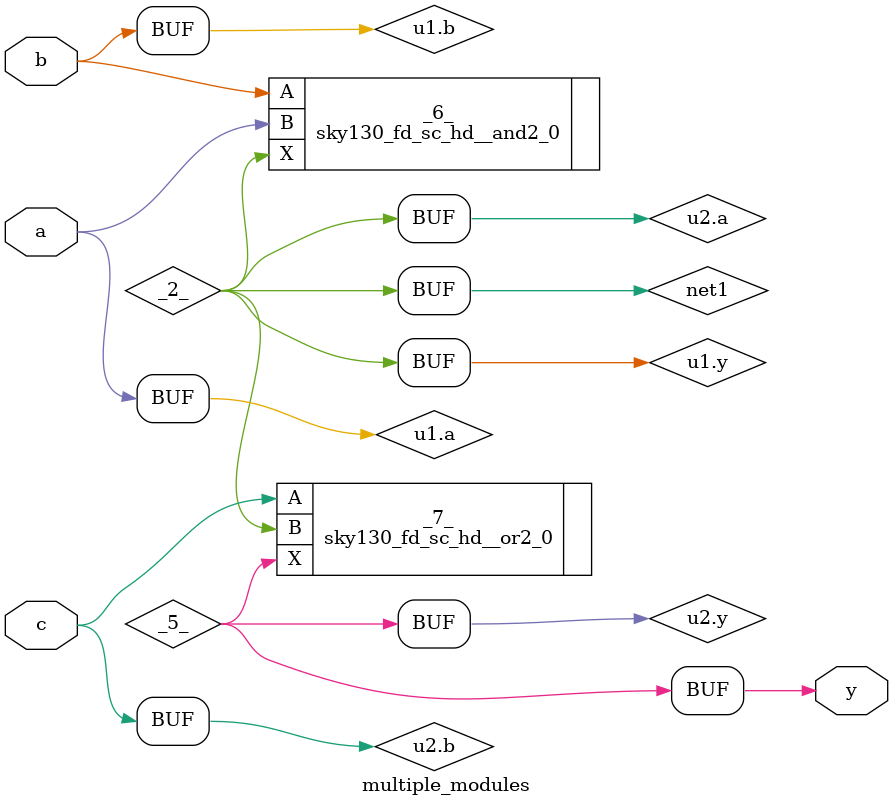
<source format=v>
/* Generated by Yosys 0.57+88 (git sha1 fe9eed049, clang++ 18.1.8 -fPIC -O3) */

(* top =  1  *)
(* src = "/home/navneet/Documents/Verilog/sky130RTLDesignAndSynthesisWorkshop/verilog_files/multiple_modules.v:10.1-14.10" *)
module multiple_modules(a, b, c, y);
  (* src = "/home/navneet/Documents/Verilog/sky130RTLDesignAndSynthesisWorkshop/verilog_files/multiple_modules.v:10.32-10.33" *)
  input a;
  wire a;
  (* src = "/home/navneet/Documents/Verilog/sky130RTLDesignAndSynthesisWorkshop/verilog_files/multiple_modules.v:10.41-10.42" *)
  input b;
  wire b;
  (* src = "/home/navneet/Documents/Verilog/sky130RTLDesignAndSynthesisWorkshop/verilog_files/multiple_modules.v:10.50-10.51" *)
  input c;
  wire c;
  (* src = "/home/navneet/Documents/Verilog/sky130RTLDesignAndSynthesisWorkshop/verilog_files/multiple_modules.v:10.61-10.62" *)
  output y;
  wire y;
  (* src = "/home/navneet/Documents/Verilog/sky130RTLDesignAndSynthesisWorkshop/verilog_files/multiple_modules.v:5.27-5.28" *)
  wire _0_;
  (* src = "/home/navneet/Documents/Verilog/sky130RTLDesignAndSynthesisWorkshop/verilog_files/multiple_modules.v:5.36-5.37" *)
  wire _1_;
  (* src = "/home/navneet/Documents/Verilog/sky130RTLDesignAndSynthesisWorkshop/verilog_files/multiple_modules.v:5.46-5.47" *)
  wire _2_;
  (* src = "/home/navneet/Documents/Verilog/sky130RTLDesignAndSynthesisWorkshop/verilog_files/multiple_modules.v:1.27-1.28" *)
  wire _3_;
  (* src = "/home/navneet/Documents/Verilog/sky130RTLDesignAndSynthesisWorkshop/verilog_files/multiple_modules.v:1.36-1.37" *)
  wire _4_;
  (* src = "/home/navneet/Documents/Verilog/sky130RTLDesignAndSynthesisWorkshop/verilog_files/multiple_modules.v:1.46-1.47" *)
  wire _5_;
  (* src = "/home/navneet/Documents/Verilog/sky130RTLDesignAndSynthesisWorkshop/verilog_files/multiple_modules.v:11.7-11.11" *)
  wire net1;
  (* hdlname = "u1 a" *)
  (* src = "/home/navneet/Documents/Verilog/sky130RTLDesignAndSynthesisWorkshop/verilog_files/multiple_modules.v:5.27-5.28" *)
  wire \u1.a ;
  (* hdlname = "u1 b" *)
  (* src = "/home/navneet/Documents/Verilog/sky130RTLDesignAndSynthesisWorkshop/verilog_files/multiple_modules.v:5.36-5.37" *)
  wire \u1.b ;
  (* hdlname = "u1 y" *)
  (* src = "/home/navneet/Documents/Verilog/sky130RTLDesignAndSynthesisWorkshop/verilog_files/multiple_modules.v:5.46-5.47" *)
  wire \u1.y ;
  (* hdlname = "u2 a" *)
  (* src = "/home/navneet/Documents/Verilog/sky130RTLDesignAndSynthesisWorkshop/verilog_files/multiple_modules.v:1.27-1.28" *)
  wire \u2.a ;
  (* hdlname = "u2 b" *)
  (* src = "/home/navneet/Documents/Verilog/sky130RTLDesignAndSynthesisWorkshop/verilog_files/multiple_modules.v:1.36-1.37" *)
  wire \u2.b ;
  (* hdlname = "u2 y" *)
  (* src = "/home/navneet/Documents/Verilog/sky130RTLDesignAndSynthesisWorkshop/verilog_files/multiple_modules.v:1.46-1.47" *)
  wire \u2.y ;
  sky130_fd_sc_hd__and2_0 _6_ (
    .A(_1_),
    .B(_0_),
    .X(_2_)
  );
  sky130_fd_sc_hd__or2_0 _7_ (
    .A(_4_),
    .B(_3_),
    .X(_5_)
  );
  assign _4_ = \u2.b ;
  assign _3_ = \u2.a ;
  assign \u2.y  = _5_;
  assign \u2.a  = net1;
  assign \u2.b  = c;
  assign y = \u2.y ;
  assign _1_ = \u1.b ;
  assign _0_ = \u1.a ;
  assign \u1.y  = _2_;
  assign \u1.a  = a;
  assign \u1.b  = b;
  assign net1 = \u1.y ;
endmodule

</source>
